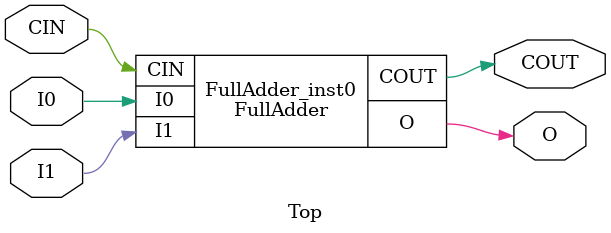
<source format=v>


module LUT3(
  input  I0,
         I1,
         I2,
  output O
);

  SB_LUT4 #(
    .LUT_INIT(38550)
  ) SB_LUT4_inst0 (
    .I0 (I0),
    .I1 (I1),
    .I2 (I2),
    .I3 (1'h0),
    .O  (O)
  );
endmodule

module FullAdder(
  input  I0,
         I1,
         CIN,
  output O,
         COUT
);

  LUT3 LUT3_inst0 (
    .I0 (I0),
    .I1 (I1),
    .I2 (CIN),
    .O  (O)
  );
  SB_CARRY SB_CARRY_inst0 (
    .I0 (I0),
    .I1 (I1),
    .CI (CIN),
    .CO (COUT)
  );
endmodule

module Top(
  input  I0,
         I1,
         CIN,
  output O,
         COUT
);

  FullAdder FullAdder_inst0 (
    .I0   (I0),
    .I1   (I1),
    .CIN  (CIN),
    .O    (O),
    .COUT (COUT)
  );
endmodule


</source>
